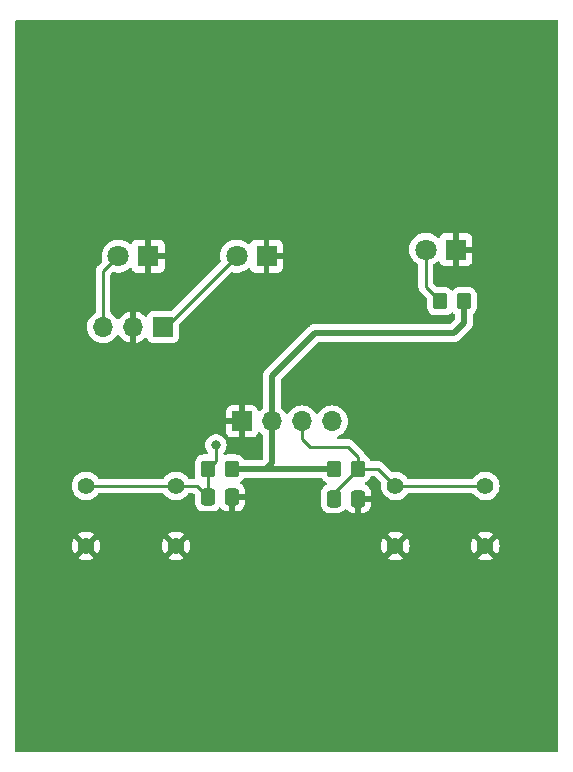
<source format=gbr>
%TF.GenerationSoftware,KiCad,Pcbnew,7.0.2-6a45011f42~172~ubuntu22.10.1*%
%TF.CreationDate,2023-04-24T10:08:01+02:00*%
%TF.ProjectId,him-card,68696d2d-6361-4726-942e-6b696361645f,rev?*%
%TF.SameCoordinates,Original*%
%TF.FileFunction,Copper,L1,Top*%
%TF.FilePolarity,Positive*%
%FSLAX46Y46*%
G04 Gerber Fmt 4.6, Leading zero omitted, Abs format (unit mm)*
G04 Created by KiCad (PCBNEW 7.0.2-6a45011f42~172~ubuntu22.10.1) date 2023-04-24 10:08:01*
%MOMM*%
%LPD*%
G01*
G04 APERTURE LIST*
G04 Aperture macros list*
%AMRoundRect*
0 Rectangle with rounded corners*
0 $1 Rounding radius*
0 $2 $3 $4 $5 $6 $7 $8 $9 X,Y pos of 4 corners*
0 Add a 4 corners polygon primitive as box body*
4,1,4,$2,$3,$4,$5,$6,$7,$8,$9,$2,$3,0*
0 Add four circle primitives for the rounded corners*
1,1,$1+$1,$2,$3*
1,1,$1+$1,$4,$5*
1,1,$1+$1,$6,$7*
1,1,$1+$1,$8,$9*
0 Add four rect primitives between the rounded corners*
20,1,$1+$1,$2,$3,$4,$5,0*
20,1,$1+$1,$4,$5,$6,$7,0*
20,1,$1+$1,$6,$7,$8,$9,0*
20,1,$1+$1,$8,$9,$2,$3,0*%
G04 Aperture macros list end*
%TA.AperFunction,SMDPad,CuDef*%
%ADD10RoundRect,0.250000X-0.350000X-0.450000X0.350000X-0.450000X0.350000X0.450000X-0.350000X0.450000X0*%
%TD*%
%TA.AperFunction,ComponentPad*%
%ADD11R,1.800000X1.800000*%
%TD*%
%TA.AperFunction,ComponentPad*%
%ADD12C,1.800000*%
%TD*%
%TA.AperFunction,ComponentPad*%
%ADD13C,1.397000*%
%TD*%
%TA.AperFunction,SMDPad,CuDef*%
%ADD14RoundRect,0.250000X0.350000X0.450000X-0.350000X0.450000X-0.350000X-0.450000X0.350000X-0.450000X0*%
%TD*%
%TA.AperFunction,ComponentPad*%
%ADD15R,1.700000X1.700000*%
%TD*%
%TA.AperFunction,ComponentPad*%
%ADD16O,1.700000X1.700000*%
%TD*%
%TA.AperFunction,SMDPad,CuDef*%
%ADD17RoundRect,0.250000X-0.337500X-0.475000X0.337500X-0.475000X0.337500X0.475000X-0.337500X0.475000X0*%
%TD*%
%TA.AperFunction,ViaPad*%
%ADD18C,0.800000*%
%TD*%
%TA.AperFunction,Conductor*%
%ADD19C,0.250000*%
%TD*%
%TA.AperFunction,Conductor*%
%ADD20C,0.500000*%
%TD*%
G04 APERTURE END LIST*
D10*
%TO.P,R3,1*%
%TO.N,Net-(D3-A)*%
X136000000Y-83830000D03*
%TO.P,R3,2*%
%TO.N,+3.3V*%
X138000000Y-83830000D03*
%TD*%
D11*
%TO.P,D3,1,K*%
%TO.N,GND*%
X137305000Y-79450000D03*
D12*
%TO.P,D3,2,A*%
%TO.N,Net-(D3-A)*%
X134765000Y-79450000D03*
%TD*%
D13*
%TO.P,SW2,1,1*%
%TO.N,Net-(J3-Pin_3)*%
X139810000Y-99460000D03*
X132190000Y-99460000D03*
%TO.P,SW2,2,2*%
%TO.N,GND*%
X132190000Y-104540000D03*
X139810000Y-104540000D03*
%TD*%
%TO.P,SW1,1,1*%
%TO.N,Net-(J3-Pin_4)*%
X113620000Y-99460000D03*
X106000000Y-99460000D03*
%TO.P,SW1,2,2*%
%TO.N,GND*%
X106000000Y-104540000D03*
X113620000Y-104540000D03*
%TD*%
D10*
%TO.P,R2,1*%
%TO.N,+3.3V*%
X127000000Y-98000000D03*
%TO.P,R2,2*%
%TO.N,Net-(J3-Pin_3)*%
X129000000Y-98000000D03*
%TD*%
D14*
%TO.P,R1,1*%
%TO.N,+3.3V*%
X118330000Y-98000000D03*
%TO.P,R1,2*%
%TO.N,Net-(J3-Pin_4)*%
X116330000Y-98000000D03*
%TD*%
D15*
%TO.P,J3,1,Pin_1*%
%TO.N,GND*%
X119200000Y-94000000D03*
D16*
%TO.P,J3,2,Pin_2*%
%TO.N,+3.3V*%
X121740000Y-94000000D03*
%TO.P,J3,3,Pin_3*%
%TO.N,Net-(J3-Pin_3)*%
X124280000Y-94000000D03*
%TO.P,J3,4,Pin_4*%
%TO.N,Net-(J3-Pin_4)*%
X126820000Y-94000000D03*
%TD*%
D15*
%TO.P,J1,1,Pin_1*%
%TO.N,Net-(D2-A)*%
X112525000Y-86000000D03*
D16*
%TO.P,J1,2,Pin_2*%
%TO.N,GND*%
X109985000Y-86000000D03*
%TO.P,J1,3,Pin_3*%
%TO.N,Net-(D1-A)*%
X107445000Y-86000000D03*
%TD*%
D11*
%TO.P,D2,1,K*%
%TO.N,GND*%
X121285000Y-80000000D03*
D12*
%TO.P,D2,2,A*%
%TO.N,Net-(D2-A)*%
X118745000Y-80000000D03*
%TD*%
D11*
%TO.P,D1,1,K*%
%TO.N,GND*%
X111275000Y-80000000D03*
D12*
%TO.P,D1,2,A*%
%TO.N,Net-(D1-A)*%
X108735000Y-80000000D03*
%TD*%
D17*
%TO.P,C2,1*%
%TO.N,Net-(J3-Pin_3)*%
X126972500Y-100550000D03*
%TO.P,C2,2*%
%TO.N,GND*%
X129047500Y-100550000D03*
%TD*%
%TO.P,C1,1*%
%TO.N,Net-(J3-Pin_4)*%
X116312500Y-100390000D03*
%TO.P,C1,2*%
%TO.N,GND*%
X118387500Y-100390000D03*
%TD*%
D18*
%TO.N,Net-(J3-Pin_4)*%
X117000000Y-96000000D03*
%TD*%
D19*
%TO.N,Net-(D1-A)*%
X108735000Y-80000000D02*
X107445000Y-81290000D01*
X107445000Y-81290000D02*
X107445000Y-86000000D01*
%TO.N,Net-(D3-A)*%
X136000000Y-83830000D02*
X134765000Y-82595000D01*
X134765000Y-82595000D02*
X134765000Y-79450000D01*
%TO.N,Net-(D2-A)*%
X112525000Y-86000000D02*
X112745000Y-86000000D01*
X112745000Y-86000000D02*
X118745000Y-80000000D01*
%TO.N,Net-(J3-Pin_3)*%
X132190000Y-99460000D02*
X130730000Y-98000000D01*
X139810000Y-99460000D02*
X132190000Y-99460000D01*
%TO.N,Net-(J3-Pin_4)*%
X113620000Y-99460000D02*
X106000000Y-99460000D01*
D20*
%TO.N,+3.3V*%
X127000000Y-98000000D02*
X121250000Y-98000000D01*
X121250000Y-98000000D02*
X118330000Y-98000000D01*
X121740000Y-94000000D02*
X121740000Y-97510000D01*
X121740000Y-97510000D02*
X121250000Y-98000000D01*
D19*
%TO.N,Net-(J3-Pin_4)*%
X113620000Y-99460000D02*
X115382500Y-99460000D01*
X115382500Y-99460000D02*
X116312500Y-100390000D01*
X116330000Y-98000000D02*
X116330000Y-100372500D01*
X116330000Y-100372500D02*
X116312500Y-100390000D01*
X117000000Y-96000000D02*
X117000000Y-97330000D01*
X117000000Y-97330000D02*
X116330000Y-98000000D01*
D20*
%TO.N,+3.3V*%
X121740000Y-94000000D02*
X121740000Y-90170000D01*
X121740000Y-90170000D02*
X125410000Y-86500000D01*
X125410000Y-86500000D02*
X137140000Y-86500000D01*
X137140000Y-86500000D02*
X138000000Y-85640000D01*
X138000000Y-85640000D02*
X138000000Y-83830000D01*
D19*
%TO.N,Net-(J3-Pin_3)*%
X128150000Y-96130000D02*
X124940000Y-96130000D01*
X129000000Y-98000000D02*
X129000000Y-96980000D01*
X129000000Y-96980000D02*
X128150000Y-96130000D01*
X124940000Y-96130000D02*
X124280000Y-95470000D01*
X124280000Y-95470000D02*
X124280000Y-94000000D01*
X126972500Y-100550000D02*
X126972500Y-100027500D01*
X126972500Y-100027500D02*
X129000000Y-98000000D01*
X130730000Y-98000000D02*
X129000000Y-98000000D01*
%TD*%
%TA.AperFunction,Conductor*%
%TO.N,GND*%
G36*
X145942539Y-60020185D02*
G01*
X145988294Y-60072989D01*
X145999500Y-60124500D01*
X145999500Y-121875500D01*
X145979815Y-121942539D01*
X145927011Y-121988294D01*
X145875500Y-121999500D01*
X100124500Y-121999500D01*
X100057461Y-121979815D01*
X100011706Y-121927011D01*
X100000500Y-121875500D01*
X100000500Y-104539999D01*
X104796366Y-104539999D01*
X104816859Y-104761169D01*
X104877643Y-104974801D01*
X104976650Y-105173632D01*
X104992209Y-105194235D01*
X105596452Y-104589994D01*
X105608673Y-104667150D01*
X105667117Y-104781854D01*
X105758146Y-104872883D01*
X105872850Y-104931327D01*
X105950005Y-104943547D01*
X105347760Y-105545790D01*
X105347761Y-105545791D01*
X105463490Y-105617447D01*
X105670610Y-105697685D01*
X105888945Y-105738500D01*
X106111055Y-105738500D01*
X106329389Y-105697685D01*
X106536506Y-105617448D01*
X106652238Y-105545790D01*
X106049995Y-104943547D01*
X106127150Y-104931327D01*
X106241854Y-104872883D01*
X106332883Y-104781854D01*
X106391327Y-104667150D01*
X106403547Y-104589994D01*
X107007788Y-105194235D01*
X107007789Y-105194235D01*
X107023349Y-105173631D01*
X107122356Y-104974801D01*
X107183140Y-104761169D01*
X107203633Y-104539999D01*
X112416366Y-104539999D01*
X112436859Y-104761169D01*
X112497643Y-104974801D01*
X112596650Y-105173632D01*
X112612209Y-105194235D01*
X113216452Y-104589994D01*
X113228673Y-104667150D01*
X113287117Y-104781854D01*
X113378146Y-104872883D01*
X113492850Y-104931327D01*
X113570005Y-104943547D01*
X112967760Y-105545790D01*
X112967761Y-105545791D01*
X113083490Y-105617447D01*
X113290610Y-105697685D01*
X113508945Y-105738500D01*
X113731055Y-105738500D01*
X113949389Y-105697685D01*
X114156506Y-105617448D01*
X114272238Y-105545790D01*
X113669995Y-104943547D01*
X113747150Y-104931327D01*
X113861854Y-104872883D01*
X113952883Y-104781854D01*
X114011327Y-104667150D01*
X114023547Y-104589994D01*
X114627788Y-105194235D01*
X114627789Y-105194235D01*
X114643349Y-105173631D01*
X114742356Y-104974801D01*
X114803140Y-104761169D01*
X114823633Y-104540000D01*
X130986366Y-104540000D01*
X131006859Y-104761169D01*
X131067643Y-104974801D01*
X131166650Y-105173632D01*
X131182209Y-105194235D01*
X131786452Y-104589994D01*
X131798673Y-104667150D01*
X131857117Y-104781854D01*
X131948146Y-104872883D01*
X132062850Y-104931327D01*
X132140005Y-104943547D01*
X131537760Y-105545790D01*
X131537761Y-105545791D01*
X131653490Y-105617447D01*
X131860610Y-105697685D01*
X132078945Y-105738500D01*
X132301055Y-105738500D01*
X132519389Y-105697685D01*
X132726506Y-105617448D01*
X132842238Y-105545790D01*
X132239995Y-104943547D01*
X132317150Y-104931327D01*
X132431854Y-104872883D01*
X132522883Y-104781854D01*
X132581327Y-104667150D01*
X132593547Y-104589994D01*
X133197788Y-105194235D01*
X133197789Y-105194235D01*
X133213349Y-105173631D01*
X133312356Y-104974801D01*
X133373140Y-104761169D01*
X133393633Y-104539999D01*
X138606366Y-104539999D01*
X138626859Y-104761169D01*
X138687643Y-104974801D01*
X138786650Y-105173632D01*
X138802209Y-105194235D01*
X139406452Y-104589994D01*
X139418673Y-104667150D01*
X139477117Y-104781854D01*
X139568146Y-104872883D01*
X139682850Y-104931327D01*
X139760005Y-104943547D01*
X139157760Y-105545790D01*
X139157761Y-105545791D01*
X139273490Y-105617447D01*
X139480610Y-105697685D01*
X139698945Y-105738500D01*
X139921055Y-105738500D01*
X140139389Y-105697685D01*
X140346506Y-105617448D01*
X140462238Y-105545790D01*
X139859995Y-104943547D01*
X139937150Y-104931327D01*
X140051854Y-104872883D01*
X140142883Y-104781854D01*
X140201327Y-104667150D01*
X140213547Y-104589994D01*
X140817788Y-105194235D01*
X140817789Y-105194235D01*
X140833349Y-105173631D01*
X140932356Y-104974801D01*
X140993140Y-104761169D01*
X141013633Y-104540000D01*
X140993140Y-104318830D01*
X140932355Y-104105196D01*
X140833350Y-103906368D01*
X140817789Y-103885762D01*
X140213547Y-104490004D01*
X140201327Y-104412850D01*
X140142883Y-104298146D01*
X140051854Y-104207117D01*
X139937150Y-104148673D01*
X139859995Y-104136452D01*
X140462238Y-103534208D01*
X140462237Y-103534207D01*
X140346509Y-103462552D01*
X140139389Y-103382314D01*
X139921055Y-103341500D01*
X139698945Y-103341500D01*
X139480610Y-103382314D01*
X139273492Y-103462552D01*
X139157760Y-103534208D01*
X139760005Y-104136452D01*
X139682850Y-104148673D01*
X139568146Y-104207117D01*
X139477117Y-104298146D01*
X139418673Y-104412850D01*
X139406452Y-104490004D01*
X138802210Y-103885762D01*
X138802209Y-103885762D01*
X138786649Y-103906367D01*
X138687644Y-104105196D01*
X138626859Y-104318830D01*
X138606366Y-104539999D01*
X133393633Y-104539999D01*
X133373140Y-104318830D01*
X133312355Y-104105196D01*
X133213350Y-103906368D01*
X133197789Y-103885762D01*
X132593547Y-104490004D01*
X132581327Y-104412850D01*
X132522883Y-104298146D01*
X132431854Y-104207117D01*
X132317150Y-104148673D01*
X132239993Y-104136452D01*
X132842238Y-103534208D01*
X132842237Y-103534207D01*
X132726509Y-103462552D01*
X132519389Y-103382314D01*
X132301055Y-103341500D01*
X132078945Y-103341500D01*
X131860610Y-103382314D01*
X131653490Y-103462552D01*
X131537761Y-103534207D01*
X131537761Y-103534208D01*
X132140003Y-104136452D01*
X132062850Y-104148673D01*
X131948146Y-104207117D01*
X131857117Y-104298146D01*
X131798673Y-104412850D01*
X131786452Y-104490004D01*
X131182210Y-103885762D01*
X131182209Y-103885762D01*
X131166649Y-103906367D01*
X131067644Y-104105196D01*
X131006859Y-104318830D01*
X130986366Y-104540000D01*
X114823633Y-104540000D01*
X114823633Y-104539999D01*
X114803140Y-104318830D01*
X114742355Y-104105196D01*
X114643350Y-103906368D01*
X114627789Y-103885762D01*
X114023547Y-104490004D01*
X114011327Y-104412850D01*
X113952883Y-104298146D01*
X113861854Y-104207117D01*
X113747150Y-104148673D01*
X113669995Y-104136452D01*
X114272238Y-103534208D01*
X114272237Y-103534207D01*
X114156509Y-103462552D01*
X113949389Y-103382314D01*
X113731055Y-103341500D01*
X113508945Y-103341500D01*
X113290610Y-103382314D01*
X113083492Y-103462552D01*
X112967760Y-103534208D01*
X113570005Y-104136452D01*
X113492850Y-104148673D01*
X113378146Y-104207117D01*
X113287117Y-104298146D01*
X113228673Y-104412850D01*
X113216452Y-104490004D01*
X112612210Y-103885762D01*
X112612209Y-103885762D01*
X112596649Y-103906367D01*
X112497644Y-104105196D01*
X112436859Y-104318830D01*
X112416366Y-104539999D01*
X107203633Y-104539999D01*
X107183140Y-104318830D01*
X107122355Y-104105196D01*
X107023350Y-103906368D01*
X107007789Y-103885762D01*
X106403547Y-104490004D01*
X106391327Y-104412850D01*
X106332883Y-104298146D01*
X106241854Y-104207117D01*
X106127150Y-104148673D01*
X106049995Y-104136452D01*
X106652238Y-103534208D01*
X106652237Y-103534207D01*
X106536509Y-103462552D01*
X106329389Y-103382314D01*
X106111055Y-103341500D01*
X105888945Y-103341500D01*
X105670610Y-103382314D01*
X105463492Y-103462552D01*
X105347760Y-103534208D01*
X105950005Y-104136452D01*
X105872850Y-104148673D01*
X105758146Y-104207117D01*
X105667117Y-104298146D01*
X105608673Y-104412850D01*
X105596452Y-104490004D01*
X104992210Y-103885762D01*
X104992209Y-103885762D01*
X104976649Y-103906367D01*
X104877644Y-104105196D01*
X104816859Y-104318830D01*
X104796366Y-104539999D01*
X100000500Y-104539999D01*
X100000500Y-99460000D01*
X104795863Y-99460000D01*
X104816365Y-99681262D01*
X104877175Y-99894984D01*
X104976219Y-100093893D01*
X105110132Y-100271223D01*
X105274344Y-100420922D01*
X105427924Y-100516014D01*
X105463270Y-100537899D01*
X105670472Y-100618170D01*
X105888896Y-100659000D01*
X105888898Y-100659000D01*
X106111102Y-100659000D01*
X106111104Y-100659000D01*
X106329528Y-100618170D01*
X106536730Y-100537899D01*
X106725655Y-100420922D01*
X106889868Y-100271222D01*
X106981206Y-100150271D01*
X106992910Y-100134773D01*
X107049019Y-100093137D01*
X107091864Y-100085500D01*
X112528136Y-100085500D01*
X112595175Y-100105185D01*
X112627090Y-100134773D01*
X112730132Y-100271223D01*
X112894344Y-100420922D01*
X113047924Y-100516014D01*
X113083270Y-100537899D01*
X113290472Y-100618170D01*
X113508896Y-100659000D01*
X113508898Y-100659000D01*
X113731102Y-100659000D01*
X113731104Y-100659000D01*
X113949528Y-100618170D01*
X114156730Y-100537899D01*
X114345655Y-100420922D01*
X114509868Y-100271222D01*
X114601206Y-100150271D01*
X114612910Y-100134773D01*
X114669019Y-100093137D01*
X114711864Y-100085500D01*
X115072048Y-100085500D01*
X115139087Y-100105185D01*
X115159729Y-100121819D01*
X115188181Y-100150271D01*
X115221666Y-100211594D01*
X115224500Y-100237952D01*
X115224500Y-100911858D01*
X115224500Y-100911877D01*
X115224501Y-100915008D01*
X115224820Y-100918140D01*
X115224821Y-100918141D01*
X115235000Y-101017796D01*
X115290186Y-101184334D01*
X115382288Y-101333657D01*
X115506342Y-101457711D01*
X115506344Y-101457712D01*
X115655666Y-101549814D01*
X115767016Y-101586712D01*
X115822202Y-101604999D01*
X115921858Y-101615180D01*
X115921859Y-101615180D01*
X115924991Y-101615500D01*
X116700008Y-101615499D01*
X116802797Y-101604999D01*
X116969334Y-101549814D01*
X117118656Y-101457712D01*
X117242712Y-101333656D01*
X117244752Y-101330347D01*
X117296695Y-101283622D01*
X117365657Y-101272395D01*
X117429741Y-101300235D01*
X117455831Y-101330343D01*
X117457682Y-101333344D01*
X117581654Y-101457316D01*
X117730877Y-101549357D01*
X117897303Y-101604506D01*
X117996890Y-101614680D01*
X118003168Y-101614999D01*
X118137499Y-101614999D01*
X118137500Y-101614998D01*
X118137500Y-100640000D01*
X118637500Y-100640000D01*
X118637500Y-101614999D01*
X118771829Y-101614999D01*
X118778111Y-101614678D01*
X118877695Y-101604506D01*
X119044122Y-101549357D01*
X119193345Y-101457316D01*
X119317316Y-101333345D01*
X119409357Y-101184122D01*
X119464506Y-101017696D01*
X119474680Y-100918109D01*
X119475000Y-100911831D01*
X119475000Y-100640000D01*
X118637500Y-100640000D01*
X118137500Y-100640000D01*
X118137500Y-100264000D01*
X118157185Y-100196961D01*
X118209989Y-100151206D01*
X118261500Y-100140000D01*
X119474999Y-100140000D01*
X119474998Y-100139999D01*
X119474999Y-99868170D01*
X119474678Y-99861888D01*
X119464506Y-99762304D01*
X119409357Y-99595877D01*
X119317316Y-99446654D01*
X119193346Y-99322684D01*
X119115152Y-99274454D01*
X119068428Y-99222506D01*
X119057205Y-99153543D01*
X119085049Y-99089461D01*
X119115149Y-99063378D01*
X119148656Y-99042712D01*
X119272712Y-98918656D01*
X119340098Y-98809404D01*
X119392047Y-98762679D01*
X119445638Y-98750500D01*
X121162279Y-98750500D01*
X121186294Y-98750500D01*
X121204264Y-98751809D01*
X121208320Y-98752402D01*
X121228023Y-98755289D01*
X121277368Y-98750972D01*
X121288176Y-98750500D01*
X125884362Y-98750500D01*
X125951401Y-98770185D01*
X125989901Y-98809404D01*
X126057288Y-98918657D01*
X126181342Y-99042711D01*
X126214844Y-99063375D01*
X126330666Y-99134814D01*
X126353282Y-99142308D01*
X126410728Y-99182079D01*
X126437552Y-99246595D01*
X126425238Y-99315371D01*
X126377695Y-99366571D01*
X126353286Y-99377719D01*
X126315667Y-99390185D01*
X126166342Y-99482288D01*
X126042288Y-99606342D01*
X125950186Y-99755665D01*
X125895000Y-99922202D01*
X125884819Y-100021858D01*
X125884817Y-100021878D01*
X125884500Y-100024991D01*
X125884500Y-100028138D01*
X125884500Y-100028139D01*
X125884500Y-101071859D01*
X125884500Y-101071878D01*
X125884501Y-101075008D01*
X125884820Y-101078140D01*
X125884821Y-101078141D01*
X125895000Y-101177796D01*
X125950186Y-101344334D01*
X126042288Y-101493657D01*
X126166342Y-101617711D01*
X126166344Y-101617712D01*
X126315666Y-101709814D01*
X126427017Y-101746712D01*
X126482202Y-101764999D01*
X126581858Y-101775180D01*
X126581859Y-101775180D01*
X126584991Y-101775500D01*
X127360008Y-101775499D01*
X127462797Y-101764999D01*
X127629334Y-101709814D01*
X127778656Y-101617712D01*
X127902712Y-101493656D01*
X127904752Y-101490347D01*
X127956695Y-101443622D01*
X128025657Y-101432395D01*
X128089741Y-101460235D01*
X128115831Y-101490343D01*
X128117682Y-101493344D01*
X128241654Y-101617316D01*
X128390877Y-101709357D01*
X128557303Y-101764506D01*
X128656890Y-101774680D01*
X128663168Y-101774999D01*
X128797499Y-101774999D01*
X128797500Y-101774998D01*
X128797500Y-100800000D01*
X129297499Y-100800000D01*
X129297499Y-101774998D01*
X129297500Y-101774999D01*
X129431829Y-101774999D01*
X129438111Y-101774678D01*
X129537695Y-101764506D01*
X129704122Y-101709357D01*
X129853345Y-101617316D01*
X129977316Y-101493345D01*
X130069357Y-101344122D01*
X130124506Y-101177696D01*
X130134680Y-101078109D01*
X130135000Y-101071831D01*
X130135000Y-100800000D01*
X129297499Y-100800000D01*
X128797500Y-100800000D01*
X128797500Y-100424000D01*
X128817185Y-100356961D01*
X128869989Y-100311206D01*
X128921500Y-100300000D01*
X130134999Y-100300000D01*
X130134999Y-100028170D01*
X130134678Y-100021888D01*
X130124506Y-99922304D01*
X130069357Y-99755877D01*
X129977316Y-99606654D01*
X129853345Y-99482683D01*
X129704122Y-99390642D01*
X129655921Y-99374670D01*
X129598476Y-99334897D01*
X129571653Y-99270381D01*
X129583968Y-99201606D01*
X129631511Y-99150406D01*
X129655919Y-99139259D01*
X129669334Y-99134814D01*
X129818656Y-99042712D01*
X129942712Y-98918656D01*
X130034814Y-98769334D01*
X130054311Y-98710495D01*
X130094084Y-98653051D01*
X130158600Y-98626228D01*
X130172017Y-98625500D01*
X130419548Y-98625500D01*
X130486587Y-98645185D01*
X130507229Y-98661819D01*
X130972068Y-99126658D01*
X131005553Y-99187981D01*
X131004325Y-99227011D01*
X131007426Y-99227299D01*
X130985863Y-99460000D01*
X131006365Y-99681262D01*
X131067175Y-99894984D01*
X131166219Y-100093893D01*
X131300132Y-100271223D01*
X131464344Y-100420922D01*
X131617924Y-100516014D01*
X131653270Y-100537899D01*
X131860472Y-100618170D01*
X132078896Y-100659000D01*
X132078898Y-100659000D01*
X132301102Y-100659000D01*
X132301104Y-100659000D01*
X132519528Y-100618170D01*
X132726730Y-100537899D01*
X132915655Y-100420922D01*
X133079868Y-100271222D01*
X133171206Y-100150271D01*
X133182910Y-100134773D01*
X133239019Y-100093137D01*
X133281864Y-100085500D01*
X138718136Y-100085500D01*
X138785175Y-100105185D01*
X138817090Y-100134773D01*
X138920132Y-100271223D01*
X139084344Y-100420922D01*
X139237924Y-100516014D01*
X139273270Y-100537899D01*
X139480472Y-100618170D01*
X139698896Y-100659000D01*
X139698898Y-100659000D01*
X139921102Y-100659000D01*
X139921104Y-100659000D01*
X140139528Y-100618170D01*
X140346730Y-100537899D01*
X140535655Y-100420922D01*
X140699868Y-100271222D01*
X140833778Y-100093896D01*
X140833778Y-100093894D01*
X140833780Y-100093893D01*
X140932824Y-99894984D01*
X140993634Y-99681262D01*
X141001546Y-99595877D01*
X141014137Y-99460000D01*
X140997813Y-99283834D01*
X140993634Y-99238737D01*
X140932824Y-99025015D01*
X140833780Y-98826106D01*
X140699867Y-98648776D01*
X140535655Y-98499077D01*
X140346732Y-98382102D01*
X140346730Y-98382101D01*
X140139528Y-98301830D01*
X139921104Y-98261000D01*
X139698896Y-98261000D01*
X139527613Y-98293018D01*
X139480472Y-98301830D01*
X139273267Y-98382102D01*
X139084344Y-98499077D01*
X138920132Y-98648776D01*
X138817090Y-98785227D01*
X138760981Y-98826863D01*
X138718136Y-98834500D01*
X133281864Y-98834500D01*
X133214825Y-98814815D01*
X133182910Y-98785227D01*
X133079867Y-98648776D01*
X132915655Y-98499077D01*
X132726732Y-98382102D01*
X132726730Y-98382101D01*
X132519528Y-98301830D01*
X132301104Y-98261000D01*
X132078896Y-98261000D01*
X132078895Y-98261000D01*
X131971855Y-98281008D01*
X131902341Y-98273976D01*
X131861391Y-98246800D01*
X131230802Y-97616211D01*
X131217906Y-97600113D01*
X131166775Y-97552098D01*
X131163978Y-97549387D01*
X131147227Y-97532636D01*
X131144471Y-97529880D01*
X131141290Y-97527412D01*
X131132422Y-97519837D01*
X131100582Y-97489938D01*
X131083024Y-97480285D01*
X131066764Y-97469604D01*
X131050936Y-97457327D01*
X131010851Y-97439980D01*
X131000361Y-97434841D01*
X130962091Y-97413802D01*
X130942691Y-97408821D01*
X130924284Y-97402519D01*
X130905897Y-97394562D01*
X130862758Y-97387729D01*
X130851324Y-97385361D01*
X130809019Y-97374500D01*
X130788984Y-97374500D01*
X130769586Y-97372973D01*
X130762162Y-97371797D01*
X130749805Y-97369840D01*
X130749804Y-97369840D01*
X130716751Y-97372964D01*
X130706325Y-97373950D01*
X130694656Y-97374500D01*
X130172017Y-97374500D01*
X130104978Y-97354815D01*
X130059223Y-97302011D01*
X130054311Y-97289504D01*
X130041055Y-97249500D01*
X130034814Y-97230666D01*
X129977592Y-97137895D01*
X129942711Y-97081342D01*
X129818657Y-96957288D01*
X129656999Y-96857578D01*
X129658426Y-96855263D01*
X129618455Y-96827585D01*
X129599617Y-96795307D01*
X129594586Y-96782601D01*
X129590808Y-96771568D01*
X129578618Y-96729610D01*
X129568414Y-96712355D01*
X129559861Y-96694895D01*
X129552486Y-96676269D01*
X129552486Y-96676268D01*
X129526808Y-96640925D01*
X129520401Y-96631171D01*
X129507976Y-96610161D01*
X129498170Y-96593580D01*
X129484006Y-96579416D01*
X129471367Y-96564617D01*
X129459595Y-96548413D01*
X129425941Y-96520573D01*
X129417299Y-96512709D01*
X128650802Y-95746211D01*
X128637906Y-95730113D01*
X128586775Y-95682098D01*
X128583978Y-95679387D01*
X128567227Y-95662636D01*
X128564471Y-95659880D01*
X128561290Y-95657412D01*
X128552422Y-95649837D01*
X128520582Y-95619938D01*
X128503024Y-95610285D01*
X128486764Y-95599604D01*
X128470936Y-95587327D01*
X128430851Y-95569980D01*
X128420361Y-95564841D01*
X128382091Y-95543802D01*
X128362691Y-95538821D01*
X128344284Y-95532519D01*
X128325897Y-95524562D01*
X128282758Y-95517729D01*
X128271324Y-95515361D01*
X128229019Y-95504500D01*
X128208984Y-95504500D01*
X128189586Y-95502973D01*
X128182162Y-95501797D01*
X128169805Y-95499840D01*
X128169804Y-95499840D01*
X128136751Y-95502964D01*
X128126325Y-95503950D01*
X128114656Y-95504500D01*
X127348473Y-95504500D01*
X127281434Y-95484815D01*
X127235679Y-95432011D01*
X127225735Y-95362853D01*
X127254760Y-95299297D01*
X127296066Y-95268119D01*
X127497830Y-95174035D01*
X127691401Y-95038495D01*
X127858495Y-94871401D01*
X127994035Y-94677830D01*
X128093903Y-94463663D01*
X128155063Y-94235408D01*
X128175659Y-94000000D01*
X128155063Y-93764592D01*
X128093903Y-93536337D01*
X127994035Y-93322171D01*
X127858495Y-93128599D01*
X127691401Y-92961505D01*
X127497830Y-92825965D01*
X127283663Y-92726097D01*
X127211074Y-92706647D01*
X127055407Y-92664936D01*
X126820000Y-92644340D01*
X126584592Y-92664936D01*
X126356336Y-92726097D01*
X126142170Y-92825965D01*
X125948598Y-92961505D01*
X125781505Y-93128598D01*
X125651575Y-93314159D01*
X125596998Y-93357784D01*
X125527500Y-93364978D01*
X125465145Y-93333455D01*
X125448425Y-93314159D01*
X125318494Y-93128598D01*
X125151404Y-92961508D01*
X125151401Y-92961505D01*
X124957830Y-92825965D01*
X124743663Y-92726097D01*
X124671074Y-92706647D01*
X124515407Y-92664936D01*
X124279999Y-92644340D01*
X124044592Y-92664936D01*
X123816336Y-92726097D01*
X123602170Y-92825965D01*
X123408598Y-92961505D01*
X123241505Y-93128598D01*
X123111575Y-93314159D01*
X123056998Y-93357784D01*
X122987500Y-93364978D01*
X122925145Y-93333455D01*
X122908425Y-93314159D01*
X122778494Y-93128598D01*
X122611400Y-92961504D01*
X122543375Y-92913872D01*
X122499750Y-92859295D01*
X122490499Y-92812302D01*
X122490499Y-90532228D01*
X122510184Y-90465190D01*
X122526813Y-90444553D01*
X125684548Y-87286819D01*
X125745872Y-87253334D01*
X125772230Y-87250500D01*
X137076294Y-87250500D01*
X137094264Y-87251809D01*
X137098320Y-87252402D01*
X137118023Y-87255289D01*
X137167368Y-87250972D01*
X137178176Y-87250500D01*
X137180100Y-87250500D01*
X137183709Y-87250500D01*
X137214550Y-87246894D01*
X137218031Y-87246539D01*
X137292797Y-87239999D01*
X137292797Y-87239998D01*
X137294052Y-87239889D01*
X137313062Y-87235674D01*
X137314250Y-87235241D01*
X137314255Y-87235241D01*
X137384820Y-87209557D01*
X137388095Y-87208419D01*
X137459334Y-87184814D01*
X137459336Y-87184812D01*
X137460536Y-87184415D01*
X137478063Y-87175929D01*
X137479112Y-87175238D01*
X137479117Y-87175237D01*
X137541806Y-87134005D01*
X137544798Y-87132099D01*
X137608656Y-87092712D01*
X137608656Y-87092711D01*
X137609729Y-87092050D01*
X137624824Y-87079753D01*
X137625692Y-87078832D01*
X137625696Y-87078830D01*
X137677186Y-87024252D01*
X137679632Y-87021734D01*
X138485641Y-86215725D01*
X138499258Y-86203957D01*
X138518530Y-86189610D01*
X138550372Y-86151661D01*
X138557686Y-86143681D01*
X138558264Y-86143102D01*
X138561591Y-86139776D01*
X138580853Y-86115413D01*
X138583076Y-86112686D01*
X138631302Y-86055214D01*
X138631303Y-86055211D01*
X138632115Y-86054244D01*
X138642573Y-86037828D01*
X138643107Y-86036680D01*
X138643111Y-86036677D01*
X138674845Y-85968621D01*
X138676371Y-85965470D01*
X138710040Y-85898433D01*
X138710040Y-85898431D01*
X138710609Y-85897299D01*
X138717002Y-85878906D01*
X138732431Y-85804184D01*
X138733212Y-85800660D01*
X138750791Y-85726493D01*
X138752770Y-85707120D01*
X138752733Y-85705858D01*
X138752734Y-85705855D01*
X138750552Y-85630868D01*
X138750500Y-85627262D01*
X138750500Y-84983957D01*
X138770185Y-84916918D01*
X138809402Y-84878419D01*
X138818656Y-84872712D01*
X138942712Y-84748656D01*
X139034814Y-84599334D01*
X139089999Y-84432797D01*
X139100500Y-84330009D01*
X139100499Y-83329992D01*
X139089999Y-83227203D01*
X139034814Y-83060666D01*
X138977592Y-82967895D01*
X138942711Y-82911342D01*
X138818657Y-82787288D01*
X138669334Y-82695186D01*
X138502797Y-82640000D01*
X138403141Y-82629819D01*
X138403122Y-82629818D01*
X138400009Y-82629500D01*
X138396860Y-82629500D01*
X137603141Y-82629500D01*
X137603121Y-82629500D01*
X137599992Y-82629501D01*
X137596860Y-82629820D01*
X137596858Y-82629821D01*
X137497203Y-82640000D01*
X137330665Y-82695186D01*
X137181342Y-82787288D01*
X137087681Y-82880950D01*
X137026358Y-82914435D01*
X136956666Y-82909451D01*
X136912319Y-82880950D01*
X136818657Y-82787288D01*
X136669334Y-82695186D01*
X136502797Y-82640000D01*
X136403141Y-82629819D01*
X136403122Y-82629818D01*
X136400009Y-82629500D01*
X136396860Y-82629500D01*
X135735453Y-82629500D01*
X135668414Y-82609815D01*
X135647772Y-82593181D01*
X135426819Y-82372228D01*
X135393334Y-82310905D01*
X135390500Y-82284547D01*
X135390500Y-80777814D01*
X135410185Y-80710775D01*
X135455482Y-80668760D01*
X135480144Y-80655412D01*
X135533626Y-80626470D01*
X135716784Y-80483913D01*
X135725511Y-80474432D01*
X135785394Y-80438441D01*
X135855233Y-80440538D01*
X135912850Y-80480060D01*
X135932924Y-80515079D01*
X135961647Y-80592088D01*
X136047811Y-80707188D01*
X136162910Y-80793352D01*
X136297628Y-80843599D01*
X136353867Y-80849645D01*
X136360482Y-80850000D01*
X137055000Y-80850000D01*
X137055000Y-79824189D01*
X137107547Y-79860016D01*
X137237173Y-79900000D01*
X137338724Y-79900000D01*
X137439138Y-79884865D01*
X137555000Y-79829068D01*
X137555000Y-80850000D01*
X138249518Y-80850000D01*
X138256132Y-80849645D01*
X138312371Y-80843599D01*
X138447089Y-80793352D01*
X138562188Y-80707188D01*
X138648352Y-80592089D01*
X138698599Y-80457371D01*
X138704645Y-80401132D01*
X138705000Y-80394518D01*
X138705000Y-79700000D01*
X137680278Y-79700000D01*
X137728625Y-79616260D01*
X137758810Y-79484008D01*
X137748673Y-79348735D01*
X137699113Y-79222459D01*
X137681203Y-79200000D01*
X138705000Y-79200000D01*
X138705000Y-78505481D01*
X138704645Y-78498867D01*
X138698599Y-78442628D01*
X138648352Y-78307910D01*
X138562188Y-78192811D01*
X138447089Y-78106647D01*
X138312371Y-78056400D01*
X138256132Y-78050354D01*
X138249518Y-78050000D01*
X137555000Y-78050000D01*
X137555000Y-79075810D01*
X137502453Y-79039984D01*
X137372827Y-79000000D01*
X137271276Y-79000000D01*
X137170862Y-79015135D01*
X137055000Y-79070931D01*
X137055000Y-78050000D01*
X136360482Y-78050000D01*
X136353867Y-78050354D01*
X136297628Y-78056400D01*
X136162910Y-78106647D01*
X136047811Y-78192811D01*
X135961645Y-78307913D01*
X135932923Y-78384920D01*
X135891052Y-78440854D01*
X135825587Y-78465270D01*
X135757314Y-78450418D01*
X135725513Y-78425570D01*
X135716784Y-78416087D01*
X135533626Y-78273530D01*
X135329503Y-78163064D01*
X135329499Y-78163062D01*
X135329498Y-78163062D01*
X135109984Y-78087702D01*
X134922398Y-78056400D01*
X134881049Y-78049500D01*
X134648951Y-78049500D01*
X134607602Y-78056400D01*
X134420015Y-78087702D01*
X134200501Y-78163062D01*
X134200497Y-78163063D01*
X134200497Y-78163064D01*
X134064414Y-78236708D01*
X133996372Y-78273531D01*
X133813215Y-78416087D01*
X133656020Y-78586848D01*
X133529076Y-78781150D01*
X133435844Y-78993696D01*
X133435842Y-78993700D01*
X133435843Y-78993700D01*
X133383601Y-79200000D01*
X133378865Y-79218700D01*
X133359699Y-79450000D01*
X133378865Y-79681299D01*
X133378865Y-79681301D01*
X133378866Y-79681305D01*
X133435843Y-79906300D01*
X133529076Y-80118849D01*
X133656021Y-80313153D01*
X133813216Y-80483913D01*
X133996374Y-80626470D01*
X134035593Y-80647694D01*
X134074518Y-80668760D01*
X134124108Y-80717980D01*
X134139499Y-80777814D01*
X134139500Y-82512256D01*
X134137235Y-82532766D01*
X134139439Y-82602872D01*
X134139500Y-82606767D01*
X134139500Y-82634350D01*
X134139988Y-82638219D01*
X134139989Y-82638225D01*
X134140004Y-82638343D01*
X134140918Y-82649967D01*
X134142290Y-82693626D01*
X134147879Y-82712860D01*
X134151825Y-82731916D01*
X134154335Y-82751792D01*
X134170414Y-82792404D01*
X134174197Y-82803451D01*
X134186382Y-82845391D01*
X134196580Y-82862635D01*
X134205136Y-82880100D01*
X134212514Y-82898732D01*
X134212515Y-82898733D01*
X134238180Y-82934059D01*
X134244593Y-82943822D01*
X134266826Y-82981416D01*
X134266829Y-82981419D01*
X134266830Y-82981420D01*
X134280995Y-82995585D01*
X134293627Y-83010375D01*
X134305406Y-83026587D01*
X134339058Y-83054426D01*
X134347699Y-83062289D01*
X134863181Y-83577771D01*
X134896666Y-83639094D01*
X134899500Y-83665452D01*
X134899500Y-84326858D01*
X134899500Y-84326877D01*
X134899501Y-84330008D01*
X134899820Y-84333140D01*
X134899821Y-84333141D01*
X134910000Y-84432796D01*
X134965186Y-84599334D01*
X135057288Y-84748657D01*
X135181342Y-84872711D01*
X135190593Y-84878417D01*
X135330666Y-84964814D01*
X135442017Y-85001712D01*
X135497202Y-85019999D01*
X135596858Y-85030180D01*
X135596859Y-85030180D01*
X135599991Y-85030500D01*
X136400008Y-85030499D01*
X136502797Y-85019999D01*
X136669334Y-84964814D01*
X136818656Y-84872712D01*
X136912320Y-84779047D01*
X136973641Y-84745564D01*
X137043333Y-84750548D01*
X137087681Y-84779049D01*
X137181344Y-84872712D01*
X137190596Y-84878419D01*
X137237320Y-84930364D01*
X137249500Y-84983957D01*
X137249500Y-85277770D01*
X137229815Y-85344809D01*
X137213181Y-85365451D01*
X136865451Y-85713181D01*
X136804128Y-85746666D01*
X136777770Y-85749500D01*
X125473706Y-85749500D01*
X125455736Y-85748191D01*
X125441853Y-85746157D01*
X125431977Y-85744711D01*
X125431976Y-85744711D01*
X125382631Y-85749028D01*
X125371824Y-85749500D01*
X125366291Y-85749500D01*
X125362730Y-85749916D01*
X125362715Y-85749917D01*
X125335501Y-85753098D01*
X125331916Y-85753464D01*
X125255961Y-85760109D01*
X125236921Y-85764330D01*
X125165232Y-85790421D01*
X125161831Y-85791603D01*
X125089474Y-85815580D01*
X125071927Y-85824075D01*
X125008221Y-85865975D01*
X125005181Y-85867912D01*
X124940280Y-85907944D01*
X124925164Y-85920257D01*
X124872831Y-85975726D01*
X124870319Y-85978312D01*
X121254358Y-89594272D01*
X121240727Y-89606053D01*
X121221468Y-89620391D01*
X121189635Y-89658328D01*
X121182338Y-89666292D01*
X121180972Y-89667657D01*
X121180950Y-89667681D01*
X121178409Y-89670223D01*
X121176173Y-89673050D01*
X121176171Y-89673053D01*
X121159176Y-89694546D01*
X121156902Y-89697337D01*
X121107894Y-89755744D01*
X121097418Y-89772187D01*
X121065192Y-89841294D01*
X121063622Y-89844536D01*
X121029393Y-89912692D01*
X121022996Y-89931098D01*
X121007573Y-90005788D01*
X121006793Y-90009305D01*
X120989208Y-90083506D01*
X120987229Y-90102879D01*
X120989448Y-90179129D01*
X120989500Y-90182735D01*
X120989499Y-92812298D01*
X120969814Y-92879338D01*
X120936624Y-92913872D01*
X120868600Y-92961504D01*
X120746285Y-93083819D01*
X120684962Y-93117303D01*
X120615270Y-93112319D01*
X120559337Y-93070447D01*
X120542422Y-93039471D01*
X120493352Y-92907911D01*
X120407188Y-92792811D01*
X120292089Y-92706647D01*
X120157371Y-92656400D01*
X120101132Y-92650354D01*
X120094518Y-92650000D01*
X119450000Y-92650000D01*
X119450000Y-93564498D01*
X119342315Y-93515320D01*
X119235763Y-93500000D01*
X119164237Y-93500000D01*
X119057685Y-93515320D01*
X118950000Y-93564498D01*
X118950000Y-92650000D01*
X118305482Y-92650000D01*
X118298867Y-92650354D01*
X118242628Y-92656400D01*
X118107910Y-92706647D01*
X117992811Y-92792811D01*
X117906647Y-92907910D01*
X117856400Y-93042628D01*
X117850354Y-93098867D01*
X117850000Y-93105481D01*
X117850000Y-93750000D01*
X118766314Y-93750000D01*
X118740507Y-93790156D01*
X118700000Y-93928111D01*
X118700000Y-94071889D01*
X118740507Y-94209844D01*
X118766314Y-94250000D01*
X117850000Y-94250000D01*
X117850000Y-94894518D01*
X117850354Y-94901132D01*
X117856400Y-94957371D01*
X117906647Y-95092089D01*
X117992811Y-95207188D01*
X118107910Y-95293352D01*
X118242628Y-95343599D01*
X118298867Y-95349645D01*
X118305482Y-95350000D01*
X118950000Y-95350000D01*
X118950000Y-94435501D01*
X119057685Y-94484680D01*
X119164237Y-94500000D01*
X119235763Y-94500000D01*
X119342315Y-94484680D01*
X119450000Y-94435501D01*
X119450000Y-95350000D01*
X120094518Y-95350000D01*
X120101132Y-95349645D01*
X120157371Y-95343599D01*
X120292089Y-95293352D01*
X120407188Y-95207188D01*
X120493352Y-95092088D01*
X120542421Y-94960529D01*
X120584292Y-94904595D01*
X120649756Y-94880178D01*
X120718029Y-94895029D01*
X120746284Y-94916181D01*
X120868596Y-95038493D01*
X120868599Y-95038495D01*
X120936623Y-95086125D01*
X120980248Y-95140700D01*
X120989500Y-95187700D01*
X120989500Y-97125500D01*
X120969815Y-97192539D01*
X120917011Y-97238294D01*
X120865500Y-97249500D01*
X119445638Y-97249500D01*
X119378599Y-97229815D01*
X119340099Y-97190596D01*
X119272711Y-97081342D01*
X119148657Y-96957288D01*
X118999334Y-96865186D01*
X118832797Y-96810000D01*
X118733141Y-96799819D01*
X118733122Y-96799818D01*
X118730009Y-96799500D01*
X118726860Y-96799500D01*
X117933141Y-96799500D01*
X117933121Y-96799500D01*
X117929992Y-96799501D01*
X117926860Y-96799820D01*
X117926858Y-96799821D01*
X117827201Y-96810001D01*
X117788503Y-96822824D01*
X117718674Y-96825225D01*
X117658633Y-96789493D01*
X117627441Y-96726972D01*
X117625500Y-96705118D01*
X117625500Y-96698687D01*
X117645185Y-96631648D01*
X117657350Y-96615714D01*
X117669187Y-96602568D01*
X117732533Y-96532216D01*
X117741407Y-96516847D01*
X117827179Y-96368284D01*
X117885674Y-96188256D01*
X117905460Y-96000000D01*
X117885674Y-95811744D01*
X117835528Y-95657412D01*
X117827179Y-95631715D01*
X117732533Y-95467783D01*
X117605870Y-95327110D01*
X117452730Y-95215848D01*
X117279802Y-95138855D01*
X117094648Y-95099500D01*
X117094646Y-95099500D01*
X116905354Y-95099500D01*
X116905352Y-95099500D01*
X116720197Y-95138855D01*
X116547269Y-95215848D01*
X116394129Y-95327110D01*
X116267466Y-95467783D01*
X116172820Y-95631715D01*
X116114326Y-95811742D01*
X116094540Y-96000000D01*
X116114326Y-96188257D01*
X116172820Y-96368284D01*
X116267466Y-96532215D01*
X116321772Y-96592528D01*
X116352002Y-96655519D01*
X116343377Y-96724854D01*
X116298636Y-96778520D01*
X116231983Y-96799478D01*
X116229622Y-96799500D01*
X115933141Y-96799500D01*
X115933121Y-96799500D01*
X115929992Y-96799501D01*
X115926860Y-96799820D01*
X115926858Y-96799821D01*
X115827203Y-96810000D01*
X115660665Y-96865186D01*
X115511342Y-96957288D01*
X115387288Y-97081342D01*
X115295186Y-97230665D01*
X115240000Y-97397202D01*
X115229819Y-97496858D01*
X115229817Y-97496878D01*
X115229500Y-97499991D01*
X115229500Y-97503138D01*
X115229500Y-97503139D01*
X115229500Y-98496859D01*
X115229500Y-98496878D01*
X115229501Y-98500008D01*
X115229820Y-98503140D01*
X115229821Y-98503141D01*
X115240000Y-98602796D01*
X115262766Y-98671496D01*
X115265168Y-98741324D01*
X115229436Y-98801366D01*
X115166916Y-98832559D01*
X115145060Y-98834500D01*
X114711864Y-98834500D01*
X114644825Y-98814815D01*
X114612910Y-98785227D01*
X114509867Y-98648776D01*
X114345655Y-98499077D01*
X114156732Y-98382102D01*
X114156730Y-98382101D01*
X113949528Y-98301830D01*
X113731104Y-98261000D01*
X113508896Y-98261000D01*
X113337613Y-98293018D01*
X113290472Y-98301830D01*
X113083267Y-98382102D01*
X112894344Y-98499077D01*
X112730132Y-98648776D01*
X112627090Y-98785227D01*
X112570981Y-98826863D01*
X112528136Y-98834500D01*
X107091864Y-98834500D01*
X107024825Y-98814815D01*
X106992910Y-98785227D01*
X106889867Y-98648776D01*
X106725655Y-98499077D01*
X106536732Y-98382102D01*
X106536730Y-98382101D01*
X106329528Y-98301830D01*
X106111104Y-98261000D01*
X105888896Y-98261000D01*
X105717613Y-98293018D01*
X105670472Y-98301830D01*
X105463267Y-98382102D01*
X105274344Y-98499077D01*
X105110132Y-98648776D01*
X104976219Y-98826106D01*
X104877175Y-99025015D01*
X104816365Y-99238737D01*
X104795863Y-99460000D01*
X100000500Y-99460000D01*
X100000500Y-86000000D01*
X106089340Y-86000000D01*
X106109936Y-86235407D01*
X106135496Y-86330798D01*
X106171097Y-86463663D01*
X106270965Y-86677830D01*
X106406505Y-86871401D01*
X106573599Y-87038495D01*
X106767170Y-87174035D01*
X106981337Y-87273903D01*
X107209592Y-87335063D01*
X107445000Y-87355659D01*
X107680408Y-87335063D01*
X107908663Y-87273903D01*
X108122830Y-87174035D01*
X108316401Y-87038495D01*
X108483495Y-86871401D01*
X108613732Y-86685403D01*
X108668307Y-86641780D01*
X108737805Y-86634586D01*
X108800160Y-86666109D01*
X108816880Y-86685404D01*
X108946893Y-86871081D01*
X109113918Y-87038106D01*
X109307423Y-87173600D01*
X109521509Y-87273430D01*
X109735000Y-87330634D01*
X109735000Y-86435501D01*
X109842685Y-86484680D01*
X109949237Y-86500000D01*
X110020763Y-86500000D01*
X110127315Y-86484680D01*
X110234999Y-86435501D01*
X110234999Y-87330633D01*
X110448491Y-87273430D01*
X110662576Y-87173600D01*
X110856077Y-87038109D01*
X110978133Y-86916053D01*
X111039456Y-86882568D01*
X111109148Y-86887552D01*
X111165082Y-86929423D01*
X111181996Y-86960399D01*
X111231204Y-87092331D01*
X111317454Y-87207546D01*
X111432669Y-87293796D01*
X111567517Y-87344091D01*
X111627127Y-87350500D01*
X113422872Y-87350499D01*
X113482483Y-87344091D01*
X113617331Y-87293796D01*
X113732546Y-87207546D01*
X113818796Y-87092331D01*
X113869091Y-86957483D01*
X113875500Y-86897873D01*
X113875499Y-85805450D01*
X113895184Y-85738412D01*
X113911813Y-85717775D01*
X118246480Y-81383108D01*
X118307801Y-81349625D01*
X118374423Y-81353510D01*
X118400019Y-81362298D01*
X118628951Y-81400500D01*
X118628952Y-81400500D01*
X118861048Y-81400500D01*
X118861049Y-81400500D01*
X119089981Y-81362298D01*
X119309503Y-81286936D01*
X119513626Y-81176470D01*
X119696784Y-81033913D01*
X119705511Y-81024432D01*
X119765394Y-80988441D01*
X119835233Y-80990538D01*
X119892850Y-81030060D01*
X119912924Y-81065079D01*
X119941647Y-81142088D01*
X120027811Y-81257188D01*
X120142910Y-81343352D01*
X120277628Y-81393599D01*
X120333867Y-81399645D01*
X120340482Y-81400000D01*
X121035000Y-81400000D01*
X121035000Y-80374189D01*
X121087547Y-80410016D01*
X121217173Y-80450000D01*
X121318724Y-80450000D01*
X121419138Y-80434865D01*
X121535000Y-80379068D01*
X121535000Y-81400000D01*
X122229518Y-81400000D01*
X122236132Y-81399645D01*
X122292371Y-81393599D01*
X122427089Y-81343352D01*
X122542188Y-81257188D01*
X122628352Y-81142089D01*
X122678599Y-81007371D01*
X122684645Y-80951132D01*
X122685000Y-80944518D01*
X122685000Y-80250000D01*
X121660278Y-80250000D01*
X121708625Y-80166260D01*
X121738810Y-80034008D01*
X121728673Y-79898735D01*
X121679113Y-79772459D01*
X121661203Y-79750000D01*
X122685000Y-79750000D01*
X122685000Y-79055481D01*
X122684645Y-79048867D01*
X122678599Y-78992628D01*
X122628352Y-78857910D01*
X122542188Y-78742811D01*
X122427089Y-78656647D01*
X122292371Y-78606400D01*
X122236132Y-78600354D01*
X122229518Y-78600000D01*
X121535000Y-78600000D01*
X121535000Y-79625810D01*
X121482453Y-79589984D01*
X121352827Y-79550000D01*
X121251276Y-79550000D01*
X121150862Y-79565135D01*
X121035000Y-79620931D01*
X121035000Y-78600000D01*
X120340482Y-78600000D01*
X120333867Y-78600354D01*
X120277628Y-78606400D01*
X120142910Y-78656647D01*
X120027811Y-78742811D01*
X119941645Y-78857913D01*
X119912923Y-78934920D01*
X119871052Y-78990854D01*
X119805587Y-79015270D01*
X119737314Y-79000418D01*
X119705513Y-78975570D01*
X119696784Y-78966087D01*
X119513626Y-78823530D01*
X119309503Y-78713064D01*
X119309499Y-78713062D01*
X119309498Y-78713062D01*
X119089984Y-78637702D01*
X118902398Y-78606400D01*
X118861049Y-78599500D01*
X118628951Y-78599500D01*
X118587602Y-78606400D01*
X118400015Y-78637702D01*
X118180501Y-78713062D01*
X118180497Y-78713063D01*
X118180497Y-78713064D01*
X118054685Y-78781150D01*
X117976372Y-78823531D01*
X117793215Y-78966087D01*
X117636020Y-79136848D01*
X117509076Y-79331150D01*
X117415844Y-79543696D01*
X117415842Y-79543700D01*
X117415843Y-79543700D01*
X117363601Y-79750000D01*
X117358865Y-79768700D01*
X117339699Y-79999999D01*
X117358865Y-80231300D01*
X117396175Y-80378636D01*
X117393549Y-80448457D01*
X117363650Y-80496757D01*
X113247226Y-84613181D01*
X113185903Y-84646666D01*
X113159545Y-84649500D01*
X111630439Y-84649500D01*
X111630420Y-84649500D01*
X111627128Y-84649501D01*
X111623848Y-84649853D01*
X111623840Y-84649854D01*
X111567515Y-84655909D01*
X111432669Y-84706204D01*
X111317454Y-84792454D01*
X111231204Y-84907669D01*
X111181997Y-85039599D01*
X111140125Y-85095532D01*
X111074661Y-85119949D01*
X111006388Y-85105097D01*
X110978134Y-85083946D01*
X110856081Y-84961893D01*
X110662576Y-84826399D01*
X110448492Y-84726569D01*
X110234999Y-84669364D01*
X110234999Y-85564498D01*
X110127315Y-85515320D01*
X110020763Y-85500000D01*
X109949237Y-85500000D01*
X109842685Y-85515320D01*
X109735000Y-85564498D01*
X109735000Y-84669364D01*
X109734999Y-84669364D01*
X109521507Y-84726569D01*
X109307421Y-84826400D01*
X109113921Y-84961890D01*
X108946893Y-85128918D01*
X108816880Y-85314596D01*
X108762303Y-85358220D01*
X108692804Y-85365413D01*
X108630450Y-85333891D01*
X108613730Y-85314595D01*
X108483494Y-85128598D01*
X108316404Y-84961508D01*
X108316401Y-84961505D01*
X108123374Y-84826346D01*
X108079752Y-84771771D01*
X108070500Y-84724773D01*
X108070500Y-81600451D01*
X108090185Y-81533412D01*
X108106815Y-81512774D01*
X108236478Y-81383110D01*
X108297801Y-81349626D01*
X108364423Y-81353511D01*
X108390018Y-81362298D01*
X108504485Y-81381398D01*
X108618951Y-81400500D01*
X108618952Y-81400500D01*
X108851048Y-81400500D01*
X108851049Y-81400500D01*
X109079981Y-81362298D01*
X109299503Y-81286936D01*
X109503626Y-81176470D01*
X109686784Y-81033913D01*
X109695511Y-81024432D01*
X109755394Y-80988441D01*
X109825233Y-80990538D01*
X109882850Y-81030060D01*
X109902924Y-81065079D01*
X109931647Y-81142088D01*
X110017811Y-81257188D01*
X110132910Y-81343352D01*
X110267628Y-81393599D01*
X110323867Y-81399645D01*
X110330482Y-81400000D01*
X111025000Y-81400000D01*
X111025000Y-80374189D01*
X111077547Y-80410016D01*
X111207173Y-80450000D01*
X111308724Y-80450000D01*
X111409138Y-80434865D01*
X111525000Y-80379068D01*
X111525000Y-81400000D01*
X112219518Y-81400000D01*
X112226132Y-81399645D01*
X112282371Y-81393599D01*
X112417089Y-81343352D01*
X112532188Y-81257188D01*
X112618352Y-81142089D01*
X112668599Y-81007371D01*
X112674645Y-80951132D01*
X112675000Y-80944518D01*
X112675000Y-80250000D01*
X111650278Y-80250000D01*
X111698625Y-80166260D01*
X111728810Y-80034008D01*
X111718673Y-79898735D01*
X111669113Y-79772459D01*
X111651203Y-79750000D01*
X112675000Y-79750000D01*
X112675000Y-79055481D01*
X112674645Y-79048867D01*
X112668599Y-78992628D01*
X112618352Y-78857910D01*
X112532188Y-78742811D01*
X112417089Y-78656647D01*
X112282371Y-78606400D01*
X112226132Y-78600354D01*
X112219518Y-78600000D01*
X111525000Y-78600000D01*
X111525000Y-79625810D01*
X111472453Y-79589984D01*
X111342827Y-79550000D01*
X111241276Y-79550000D01*
X111140862Y-79565135D01*
X111025000Y-79620931D01*
X111025000Y-78600000D01*
X110330482Y-78600000D01*
X110323867Y-78600354D01*
X110267628Y-78606400D01*
X110132910Y-78656647D01*
X110017811Y-78742811D01*
X109931645Y-78857913D01*
X109902923Y-78934920D01*
X109861052Y-78990854D01*
X109795587Y-79015270D01*
X109727314Y-79000418D01*
X109695513Y-78975570D01*
X109686784Y-78966087D01*
X109503626Y-78823530D01*
X109299503Y-78713064D01*
X109299499Y-78713062D01*
X109299498Y-78713062D01*
X109079984Y-78637702D01*
X108892398Y-78606400D01*
X108851049Y-78599500D01*
X108618951Y-78599500D01*
X108577602Y-78606400D01*
X108390015Y-78637702D01*
X108170501Y-78713062D01*
X108170497Y-78713063D01*
X108170497Y-78713064D01*
X108044685Y-78781150D01*
X107966372Y-78823531D01*
X107783215Y-78966087D01*
X107626020Y-79136848D01*
X107499076Y-79331150D01*
X107405844Y-79543696D01*
X107405842Y-79543700D01*
X107405843Y-79543700D01*
X107353601Y-79750000D01*
X107348865Y-79768700D01*
X107329699Y-79999999D01*
X107348865Y-80231300D01*
X107386175Y-80378636D01*
X107383549Y-80448457D01*
X107353650Y-80496757D01*
X107061208Y-80789199D01*
X107045110Y-80802096D01*
X106997096Y-80853225D01*
X106994392Y-80856016D01*
X106977628Y-80872780D01*
X106977621Y-80872787D01*
X106974880Y-80875529D01*
X106972499Y-80878597D01*
X106972490Y-80878608D01*
X106972411Y-80878711D01*
X106964842Y-80887572D01*
X106934935Y-80919420D01*
X106925285Y-80936974D01*
X106914609Y-80953228D01*
X106902326Y-80969063D01*
X106884975Y-81009158D01*
X106879838Y-81019644D01*
X106858802Y-81057907D01*
X106853821Y-81077309D01*
X106847520Y-81095711D01*
X106839561Y-81114102D01*
X106832728Y-81157243D01*
X106830361Y-81168675D01*
X106819500Y-81210982D01*
X106819499Y-81231020D01*
X106817973Y-81250405D01*
X106814839Y-81270193D01*
X106818950Y-81313673D01*
X106819500Y-81325343D01*
X106819500Y-84724773D01*
X106799815Y-84791812D01*
X106766623Y-84826348D01*
X106640373Y-84914750D01*
X106573595Y-84961508D01*
X106406505Y-85128598D01*
X106270965Y-85322170D01*
X106171097Y-85536336D01*
X106109936Y-85764592D01*
X106089340Y-86000000D01*
X100000500Y-86000000D01*
X100000500Y-60124500D01*
X100020185Y-60057461D01*
X100072989Y-60011706D01*
X100124500Y-60000500D01*
X145875500Y-60000500D01*
X145942539Y-60020185D01*
G37*
%TD.AperFunction*%
%TD*%
M02*

</source>
